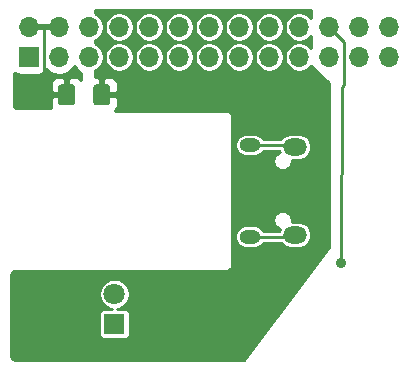
<source format=gbr>
G04 #@! TF.GenerationSoftware,KiCad,Pcbnew,(5.1.5)-3*
G04 #@! TF.CreationDate,2020-05-30T10:08:20-04:00*
G04 #@! TF.ProjectId,RPI-PWR,5250492d-5057-4522-9e6b-696361645f70,3*
G04 #@! TF.SameCoordinates,Original*
G04 #@! TF.FileFunction,Copper,L1,Top*
G04 #@! TF.FilePolarity,Positive*
%FSLAX46Y46*%
G04 Gerber Fmt 4.6, Leading zero omitted, Abs format (unit mm)*
G04 Created by KiCad (PCBNEW (5.1.5)-3) date 2020-05-30 10:08:20*
%MOMM*%
%LPD*%
G04 APERTURE LIST*
%ADD10O,2.000000X1.450000*%
%ADD11O,1.800000X1.150000*%
%ADD12R,1.800000X1.800000*%
%ADD13C,1.800000*%
%ADD14C,0.150000*%
%ADD15R,1.700000X1.700000*%
%ADD16O,1.700000X1.700000*%
%ADD17C,0.889000*%
%ADD18C,0.254000*%
G04 APERTURE END LIST*
D10*
X24456000Y-19473000D03*
X24456000Y-12023000D03*
D11*
X20656000Y-19623000D03*
X20656000Y-11873000D03*
D12*
X9169400Y-27025600D03*
D13*
X9169400Y-24485600D03*
G04 #@! TA.AperFunction,SMDPad,CuDef*
D14*
G36*
X5603504Y-6746204D02*
G01*
X5627773Y-6749804D01*
X5651571Y-6755765D01*
X5674671Y-6764030D01*
X5696849Y-6774520D01*
X5717893Y-6787133D01*
X5737598Y-6801747D01*
X5755777Y-6818223D01*
X5772253Y-6836402D01*
X5786867Y-6856107D01*
X5799480Y-6877151D01*
X5809970Y-6899329D01*
X5818235Y-6922429D01*
X5824196Y-6946227D01*
X5827796Y-6970496D01*
X5829000Y-6995000D01*
X5829000Y-8245000D01*
X5827796Y-8269504D01*
X5824196Y-8293773D01*
X5818235Y-8317571D01*
X5809970Y-8340671D01*
X5799480Y-8362849D01*
X5786867Y-8383893D01*
X5772253Y-8403598D01*
X5755777Y-8421777D01*
X5737598Y-8438253D01*
X5717893Y-8452867D01*
X5696849Y-8465480D01*
X5674671Y-8475970D01*
X5651571Y-8484235D01*
X5627773Y-8490196D01*
X5603504Y-8493796D01*
X5579000Y-8495000D01*
X4654000Y-8495000D01*
X4629496Y-8493796D01*
X4605227Y-8490196D01*
X4581429Y-8484235D01*
X4558329Y-8475970D01*
X4536151Y-8465480D01*
X4515107Y-8452867D01*
X4495402Y-8438253D01*
X4477223Y-8421777D01*
X4460747Y-8403598D01*
X4446133Y-8383893D01*
X4433520Y-8362849D01*
X4423030Y-8340671D01*
X4414765Y-8317571D01*
X4408804Y-8293773D01*
X4405204Y-8269504D01*
X4404000Y-8245000D01*
X4404000Y-6995000D01*
X4405204Y-6970496D01*
X4408804Y-6946227D01*
X4414765Y-6922429D01*
X4423030Y-6899329D01*
X4433520Y-6877151D01*
X4446133Y-6856107D01*
X4460747Y-6836402D01*
X4477223Y-6818223D01*
X4495402Y-6801747D01*
X4515107Y-6787133D01*
X4536151Y-6774520D01*
X4558329Y-6764030D01*
X4581429Y-6755765D01*
X4605227Y-6749804D01*
X4629496Y-6746204D01*
X4654000Y-6745000D01*
X5579000Y-6745000D01*
X5603504Y-6746204D01*
G37*
G04 #@! TD.AperFunction*
G04 #@! TA.AperFunction,SMDPad,CuDef*
G36*
X8578504Y-6746204D02*
G01*
X8602773Y-6749804D01*
X8626571Y-6755765D01*
X8649671Y-6764030D01*
X8671849Y-6774520D01*
X8692893Y-6787133D01*
X8712598Y-6801747D01*
X8730777Y-6818223D01*
X8747253Y-6836402D01*
X8761867Y-6856107D01*
X8774480Y-6877151D01*
X8784970Y-6899329D01*
X8793235Y-6922429D01*
X8799196Y-6946227D01*
X8802796Y-6970496D01*
X8804000Y-6995000D01*
X8804000Y-8245000D01*
X8802796Y-8269504D01*
X8799196Y-8293773D01*
X8793235Y-8317571D01*
X8784970Y-8340671D01*
X8774480Y-8362849D01*
X8761867Y-8383893D01*
X8747253Y-8403598D01*
X8730777Y-8421777D01*
X8712598Y-8438253D01*
X8692893Y-8452867D01*
X8671849Y-8465480D01*
X8649671Y-8475970D01*
X8626571Y-8484235D01*
X8602773Y-8490196D01*
X8578504Y-8493796D01*
X8554000Y-8495000D01*
X7629000Y-8495000D01*
X7604496Y-8493796D01*
X7580227Y-8490196D01*
X7556429Y-8484235D01*
X7533329Y-8475970D01*
X7511151Y-8465480D01*
X7490107Y-8452867D01*
X7470402Y-8438253D01*
X7452223Y-8421777D01*
X7435747Y-8403598D01*
X7421133Y-8383893D01*
X7408520Y-8362849D01*
X7398030Y-8340671D01*
X7389765Y-8317571D01*
X7383804Y-8293773D01*
X7380204Y-8269504D01*
X7379000Y-8245000D01*
X7379000Y-6995000D01*
X7380204Y-6970496D01*
X7383804Y-6946227D01*
X7389765Y-6922429D01*
X7398030Y-6899329D01*
X7408520Y-6877151D01*
X7421133Y-6856107D01*
X7435747Y-6836402D01*
X7452223Y-6818223D01*
X7470402Y-6801747D01*
X7490107Y-6787133D01*
X7511151Y-6774520D01*
X7533329Y-6764030D01*
X7556429Y-6755765D01*
X7580227Y-6749804D01*
X7604496Y-6746204D01*
X7629000Y-6745000D01*
X8554000Y-6745000D01*
X8578504Y-6746204D01*
G37*
G04 #@! TD.AperFunction*
D15*
X1955800Y-4419600D03*
D16*
X1955800Y-1879600D03*
X4495800Y-4419600D03*
X4495800Y-1879600D03*
X7035800Y-4419600D03*
X7035800Y-1879600D03*
X9575800Y-4419600D03*
X9575800Y-1879600D03*
X12115800Y-4419600D03*
X12115800Y-1879600D03*
X14655800Y-4419600D03*
X14655800Y-1879600D03*
X17195800Y-4419600D03*
X17195800Y-1879600D03*
X19735800Y-4419600D03*
X19735800Y-1879600D03*
X22275800Y-4419600D03*
X22275800Y-1879600D03*
X24815800Y-4419600D03*
X24815800Y-1879600D03*
X27355800Y-4419600D03*
X27355800Y-1879600D03*
X29895800Y-4419600D03*
X29895800Y-1879600D03*
X32435800Y-4419600D03*
X32435800Y-1879600D03*
D17*
X26162000Y-17272000D03*
X28346400Y-21869400D03*
D18*
X1905000Y-1905000D02*
X1929000Y-1905000D01*
X3200400Y-1879600D02*
X3200400Y-6248400D01*
X3200400Y-1879600D02*
X4495800Y-1879600D01*
X1955800Y-1879600D02*
X3200400Y-1879600D01*
X12065000Y-4445000D02*
X12139000Y-4445000D01*
X28422600Y-6934200D02*
X28346400Y-21869400D01*
X28575000Y-3175000D02*
X28575000Y-6781800D01*
X28575000Y-6781800D02*
X28422600Y-6934200D01*
X27305000Y-1905000D02*
X28575000Y-3175000D01*
X24306000Y-11873000D02*
X24456000Y-12023000D01*
X20656000Y-11873000D02*
X24306000Y-11873000D01*
X24306000Y-19623000D02*
X24456000Y-19473000D01*
X20656000Y-19623000D02*
X24306000Y-19623000D01*
G36*
X5882325Y-5366232D02*
G01*
X6089168Y-5573075D01*
X6332389Y-5735590D01*
X6350000Y-5742885D01*
X6350000Y-6378885D01*
X6280185Y-6293815D01*
X6183494Y-6214463D01*
X6073180Y-6155498D01*
X5953482Y-6119188D01*
X5829000Y-6106928D01*
X5402250Y-6110000D01*
X5243500Y-6268750D01*
X5243500Y-7493000D01*
X5263500Y-7493000D01*
X5263500Y-7747000D01*
X5243500Y-7747000D01*
X5243500Y-7767000D01*
X4989500Y-7767000D01*
X4989500Y-7747000D01*
X3927750Y-7747000D01*
X3769000Y-7905750D01*
X3765928Y-8495000D01*
X3778188Y-8619482D01*
X3806556Y-8713000D01*
X795503Y-8713000D01*
X747683Y-8708311D01*
X733907Y-8704152D01*
X721208Y-8697399D01*
X710056Y-8688304D01*
X700886Y-8677220D01*
X694046Y-8664570D01*
X689792Y-8650825D01*
X685000Y-8605235D01*
X685000Y-6745000D01*
X3765928Y-6745000D01*
X3769000Y-7334250D01*
X3927750Y-7493000D01*
X4989500Y-7493000D01*
X4989500Y-6268750D01*
X4830750Y-6110000D01*
X4404000Y-6106928D01*
X4279518Y-6119188D01*
X4159820Y-6155498D01*
X4049506Y-6214463D01*
X3952815Y-6293815D01*
X3873463Y-6390506D01*
X3814498Y-6500820D01*
X3778188Y-6620518D01*
X3765928Y-6745000D01*
X685000Y-6745000D01*
X685000Y-5745721D01*
X751306Y-5800137D01*
X861620Y-5859102D01*
X981318Y-5895412D01*
X1105800Y-5907672D01*
X2805800Y-5907672D01*
X2930282Y-5895412D01*
X3049980Y-5859102D01*
X3160294Y-5800137D01*
X3256985Y-5720785D01*
X3336337Y-5624094D01*
X3395302Y-5513780D01*
X3417313Y-5441220D01*
X3549168Y-5573075D01*
X3792389Y-5735590D01*
X4062642Y-5847532D01*
X4349540Y-5904600D01*
X4642060Y-5904600D01*
X4928958Y-5847532D01*
X5199211Y-5735590D01*
X5442432Y-5573075D01*
X5649275Y-5366232D01*
X5765800Y-5191840D01*
X5882325Y-5366232D01*
G37*
X5882325Y-5366232D02*
X6089168Y-5573075D01*
X6332389Y-5735590D01*
X6350000Y-5742885D01*
X6350000Y-6378885D01*
X6280185Y-6293815D01*
X6183494Y-6214463D01*
X6073180Y-6155498D01*
X5953482Y-6119188D01*
X5829000Y-6106928D01*
X5402250Y-6110000D01*
X5243500Y-6268750D01*
X5243500Y-7493000D01*
X5263500Y-7493000D01*
X5263500Y-7747000D01*
X5243500Y-7747000D01*
X5243500Y-7767000D01*
X4989500Y-7767000D01*
X4989500Y-7747000D01*
X3927750Y-7747000D01*
X3769000Y-7905750D01*
X3765928Y-8495000D01*
X3778188Y-8619482D01*
X3806556Y-8713000D01*
X795503Y-8713000D01*
X747683Y-8708311D01*
X733907Y-8704152D01*
X721208Y-8697399D01*
X710056Y-8688304D01*
X700886Y-8677220D01*
X694046Y-8664570D01*
X689792Y-8650825D01*
X685000Y-8605235D01*
X685000Y-6745000D01*
X3765928Y-6745000D01*
X3769000Y-7334250D01*
X3927750Y-7493000D01*
X4989500Y-7493000D01*
X4989500Y-6268750D01*
X4830750Y-6110000D01*
X4404000Y-6106928D01*
X4279518Y-6119188D01*
X4159820Y-6155498D01*
X4049506Y-6214463D01*
X3952815Y-6293815D01*
X3873463Y-6390506D01*
X3814498Y-6500820D01*
X3778188Y-6620518D01*
X3765928Y-6745000D01*
X685000Y-6745000D01*
X685000Y-5745721D01*
X751306Y-5800137D01*
X861620Y-5859102D01*
X981318Y-5895412D01*
X1105800Y-5907672D01*
X2805800Y-5907672D01*
X2930282Y-5895412D01*
X3049980Y-5859102D01*
X3160294Y-5800137D01*
X3256985Y-5720785D01*
X3336337Y-5624094D01*
X3395302Y-5513780D01*
X3417313Y-5441220D01*
X3549168Y-5573075D01*
X3792389Y-5735590D01*
X4062642Y-5847532D01*
X4349540Y-5904600D01*
X4642060Y-5904600D01*
X4928958Y-5847532D01*
X5199211Y-5735590D01*
X5442432Y-5573075D01*
X5649275Y-5366232D01*
X5765800Y-5191840D01*
X5882325Y-5366232D01*
G36*
X2082800Y-1752600D02*
G01*
X4368800Y-1752600D01*
X4368800Y-1732600D01*
X4622800Y-1732600D01*
X4622800Y-1752600D01*
X4642800Y-1752600D01*
X4642800Y-2006600D01*
X4622800Y-2006600D01*
X4622800Y-2026600D01*
X4368800Y-2026600D01*
X4368800Y-2006600D01*
X2082800Y-2006600D01*
X2082800Y-2026600D01*
X1828800Y-2026600D01*
X1828800Y-2006600D01*
X1808800Y-2006600D01*
X1808800Y-1752600D01*
X1828800Y-1752600D01*
X1828800Y-1732600D01*
X2082800Y-1732600D01*
X2082800Y-1752600D01*
G37*
X2082800Y-1752600D02*
X4368800Y-1752600D01*
X4368800Y-1732600D01*
X4622800Y-1732600D01*
X4622800Y-1752600D01*
X4642800Y-1752600D01*
X4642800Y-2006600D01*
X4622800Y-2006600D01*
X4622800Y-2026600D01*
X4368800Y-2026600D01*
X4368800Y-2006600D01*
X2082800Y-2006600D01*
X2082800Y-2026600D01*
X1828800Y-2026600D01*
X1828800Y-2006600D01*
X1808800Y-2006600D01*
X1808800Y-1752600D01*
X1828800Y-1752600D01*
X1828800Y-1732600D01*
X2082800Y-1732600D01*
X2082800Y-1752600D01*
G36*
X25781000Y-1108382D02*
G01*
X25771980Y-1094883D01*
X25600517Y-923420D01*
X25398897Y-788702D01*
X25174869Y-695907D01*
X24937043Y-648600D01*
X24694557Y-648600D01*
X24456731Y-695907D01*
X24232703Y-788702D01*
X24031083Y-923420D01*
X23859620Y-1094883D01*
X23724902Y-1296503D01*
X23632107Y-1520531D01*
X23584800Y-1758357D01*
X23584800Y-2000843D01*
X23632107Y-2238669D01*
X23724902Y-2462697D01*
X23859620Y-2664317D01*
X24031083Y-2835780D01*
X24232703Y-2970498D01*
X24456731Y-3063293D01*
X24694557Y-3110600D01*
X24937043Y-3110600D01*
X25174869Y-3063293D01*
X25398897Y-2970498D01*
X25600517Y-2835780D01*
X25771980Y-2664317D01*
X25781000Y-2650818D01*
X25781000Y-3648382D01*
X25771980Y-3634883D01*
X25600517Y-3463420D01*
X25398897Y-3328702D01*
X25174869Y-3235907D01*
X24937043Y-3188600D01*
X24694557Y-3188600D01*
X24456731Y-3235907D01*
X24232703Y-3328702D01*
X24031083Y-3463420D01*
X23859620Y-3634883D01*
X23724902Y-3836503D01*
X23632107Y-4060531D01*
X23584800Y-4298357D01*
X23584800Y-4540843D01*
X23632107Y-4778669D01*
X23724902Y-5002697D01*
X23859620Y-5204317D01*
X24031083Y-5375780D01*
X24232703Y-5510498D01*
X24456731Y-5603293D01*
X24694557Y-5650600D01*
X24937043Y-5650600D01*
X25174869Y-5603293D01*
X25398897Y-5510498D01*
X25600517Y-5375780D01*
X25771980Y-5204317D01*
X25805434Y-5154250D01*
X25818197Y-5169803D01*
X27305000Y-6656606D01*
X27305000Y-20531667D01*
X25806572Y-22529570D01*
X20107314Y-30049000D01*
X783079Y-30049000D01*
X698110Y-30040669D01*
X636655Y-30022115D01*
X579972Y-29991976D01*
X530225Y-29951403D01*
X489300Y-29901935D01*
X458770Y-29845469D01*
X439786Y-29784140D01*
X431000Y-29700551D01*
X431000Y-26125600D01*
X7886557Y-26125600D01*
X7886557Y-27925600D01*
X7893913Y-28000289D01*
X7915699Y-28072108D01*
X7951078Y-28138296D01*
X7998689Y-28196311D01*
X8056704Y-28243922D01*
X8122892Y-28279301D01*
X8194711Y-28301087D01*
X8269400Y-28308443D01*
X10069400Y-28308443D01*
X10144089Y-28301087D01*
X10215908Y-28279301D01*
X10282096Y-28243922D01*
X10340111Y-28196311D01*
X10387722Y-28138296D01*
X10423101Y-28072108D01*
X10444887Y-28000289D01*
X10452243Y-27925600D01*
X10452243Y-26125600D01*
X10444887Y-26050911D01*
X10423101Y-25979092D01*
X10387722Y-25912904D01*
X10340111Y-25854889D01*
X10282096Y-25807278D01*
X10215908Y-25771899D01*
X10144089Y-25750113D01*
X10069400Y-25742757D01*
X9415434Y-25742757D01*
X9543054Y-25717372D01*
X9776181Y-25620807D01*
X9985990Y-25480618D01*
X10164418Y-25302190D01*
X10304607Y-25092381D01*
X10401172Y-24859254D01*
X10450400Y-24611767D01*
X10450400Y-24359433D01*
X10401172Y-24111946D01*
X10304607Y-23878819D01*
X10164418Y-23669010D01*
X9985990Y-23490582D01*
X9776181Y-23350393D01*
X9543054Y-23253828D01*
X9295567Y-23204600D01*
X9043233Y-23204600D01*
X8795746Y-23253828D01*
X8562619Y-23350393D01*
X8352810Y-23490582D01*
X8174382Y-23669010D01*
X8034193Y-23878819D01*
X7937628Y-24111946D01*
X7888400Y-24359433D01*
X7888400Y-24611767D01*
X7937628Y-24859254D01*
X8034193Y-25092381D01*
X8174382Y-25302190D01*
X8352810Y-25480618D01*
X8562619Y-25620807D01*
X8795746Y-25717372D01*
X8923366Y-25742757D01*
X8269400Y-25742757D01*
X8194711Y-25750113D01*
X8122892Y-25771899D01*
X8056704Y-25807278D01*
X7998689Y-25854889D01*
X7951078Y-25912904D01*
X7915699Y-25979092D01*
X7893913Y-26050911D01*
X7886557Y-26125600D01*
X431000Y-26125600D01*
X431000Y-22881079D01*
X439331Y-22796107D01*
X457885Y-22734655D01*
X488025Y-22677970D01*
X528600Y-22628222D01*
X578061Y-22587303D01*
X634534Y-22556768D01*
X695856Y-22537786D01*
X779449Y-22529000D01*
X18647832Y-22529000D01*
X18669000Y-22531085D01*
X18690168Y-22529000D01*
X18690199Y-22528997D01*
X18753491Y-22522763D01*
X18834734Y-22498118D01*
X18909609Y-22458097D01*
X18975237Y-22404237D01*
X19029097Y-22338609D01*
X19069118Y-22263734D01*
X19093763Y-22182491D01*
X19100000Y-22119168D01*
X19102085Y-22098000D01*
X19100000Y-22076832D01*
X19100000Y-19623000D01*
X19370375Y-19623000D01*
X19388833Y-19810409D01*
X19443498Y-19990615D01*
X19532270Y-20156695D01*
X19651736Y-20302264D01*
X19797305Y-20421730D01*
X19963385Y-20510502D01*
X20143591Y-20565167D01*
X20284041Y-20579000D01*
X21027959Y-20579000D01*
X21168409Y-20565167D01*
X21348615Y-20510502D01*
X21514695Y-20421730D01*
X21660264Y-20302264D01*
X21779730Y-20156695D01*
X21793464Y-20131000D01*
X23290237Y-20131000D01*
X23395156Y-20258844D01*
X23563566Y-20397055D01*
X23755704Y-20499754D01*
X23964186Y-20562997D01*
X24126670Y-20579000D01*
X24785330Y-20579000D01*
X24947814Y-20562997D01*
X25156296Y-20499754D01*
X25348434Y-20397055D01*
X25516844Y-20258844D01*
X25655055Y-20090434D01*
X25757754Y-19898296D01*
X25820997Y-19689814D01*
X25842351Y-19473000D01*
X25820997Y-19256186D01*
X25757754Y-19047704D01*
X25655055Y-18855566D01*
X25516844Y-18687156D01*
X25348434Y-18548945D01*
X25156296Y-18446246D01*
X24947814Y-18383003D01*
X24785330Y-18367000D01*
X24178630Y-18367000D01*
X24187000Y-18324922D01*
X24187000Y-18171078D01*
X24156987Y-18020191D01*
X24098113Y-17878058D01*
X24012642Y-17750141D01*
X23903859Y-17641358D01*
X23775942Y-17555887D01*
X23633809Y-17497013D01*
X23482922Y-17467000D01*
X23329078Y-17467000D01*
X23178191Y-17497013D01*
X23036058Y-17555887D01*
X22908141Y-17641358D01*
X22799358Y-17750141D01*
X22713887Y-17878058D01*
X22655013Y-18020191D01*
X22625000Y-18171078D01*
X22625000Y-18324922D01*
X22655013Y-18475809D01*
X22713887Y-18617942D01*
X22799358Y-18745859D01*
X22908141Y-18854642D01*
X23036058Y-18940113D01*
X23178191Y-18998987D01*
X23180084Y-18999364D01*
X23154246Y-19047704D01*
X23133832Y-19115000D01*
X21793464Y-19115000D01*
X21779730Y-19089305D01*
X21660264Y-18943736D01*
X21514695Y-18824270D01*
X21348615Y-18735498D01*
X21168409Y-18680833D01*
X21027959Y-18667000D01*
X20284041Y-18667000D01*
X20143591Y-18680833D01*
X19963385Y-18735498D01*
X19797305Y-18824270D01*
X19651736Y-18943736D01*
X19532270Y-19089305D01*
X19443498Y-19255385D01*
X19388833Y-19435591D01*
X19370375Y-19623000D01*
X19100000Y-19623000D01*
X19100000Y-11873000D01*
X19370375Y-11873000D01*
X19388833Y-12060409D01*
X19443498Y-12240615D01*
X19532270Y-12406695D01*
X19651736Y-12552264D01*
X19797305Y-12671730D01*
X19963385Y-12760502D01*
X20143591Y-12815167D01*
X20284041Y-12829000D01*
X21027959Y-12829000D01*
X21168409Y-12815167D01*
X21348615Y-12760502D01*
X21514695Y-12671730D01*
X21660264Y-12552264D01*
X21779730Y-12406695D01*
X21793464Y-12381000D01*
X23133832Y-12381000D01*
X23154246Y-12448296D01*
X23180084Y-12496636D01*
X23178191Y-12497013D01*
X23036058Y-12555887D01*
X22908141Y-12641358D01*
X22799358Y-12750141D01*
X22713887Y-12878058D01*
X22655013Y-13020191D01*
X22625000Y-13171078D01*
X22625000Y-13324922D01*
X22655013Y-13475809D01*
X22713887Y-13617942D01*
X22799358Y-13745859D01*
X22908141Y-13854642D01*
X23036058Y-13940113D01*
X23178191Y-13998987D01*
X23329078Y-14029000D01*
X23482922Y-14029000D01*
X23633809Y-13998987D01*
X23775942Y-13940113D01*
X23903859Y-13854642D01*
X24012642Y-13745859D01*
X24098113Y-13617942D01*
X24156987Y-13475809D01*
X24187000Y-13324922D01*
X24187000Y-13171078D01*
X24178630Y-13129000D01*
X24785330Y-13129000D01*
X24947814Y-13112997D01*
X25156296Y-13049754D01*
X25348434Y-12947055D01*
X25516844Y-12808844D01*
X25655055Y-12640434D01*
X25757754Y-12448296D01*
X25820997Y-12239814D01*
X25842351Y-12023000D01*
X25820997Y-11806186D01*
X25757754Y-11597704D01*
X25655055Y-11405566D01*
X25516844Y-11237156D01*
X25348434Y-11098945D01*
X25156296Y-10996246D01*
X24947814Y-10933003D01*
X24785330Y-10917000D01*
X24126670Y-10917000D01*
X23964186Y-10933003D01*
X23755704Y-10996246D01*
X23563566Y-11098945D01*
X23395156Y-11237156D01*
X23290237Y-11365000D01*
X21793464Y-11365000D01*
X21779730Y-11339305D01*
X21660264Y-11193736D01*
X21514695Y-11074270D01*
X21348615Y-10985498D01*
X21168409Y-10930833D01*
X21027959Y-10917000D01*
X20284041Y-10917000D01*
X20143591Y-10930833D01*
X19963385Y-10985498D01*
X19797305Y-11074270D01*
X19651736Y-11193736D01*
X19532270Y-11339305D01*
X19443498Y-11505385D01*
X19388833Y-11685591D01*
X19370375Y-11873000D01*
X19100000Y-11873000D01*
X19100000Y-9419168D01*
X19102085Y-9398000D01*
X19093763Y-9313509D01*
X19069118Y-9232266D01*
X19029097Y-9157391D01*
X18975237Y-9091763D01*
X18909609Y-9037903D01*
X18834734Y-8997882D01*
X18753491Y-8973237D01*
X18690168Y-8967000D01*
X18669000Y-8964915D01*
X18647832Y-8967000D01*
X9229822Y-8967000D01*
X9255185Y-8946185D01*
X9334537Y-8849494D01*
X9393502Y-8739180D01*
X9429812Y-8619482D01*
X9442072Y-8495000D01*
X9439000Y-7905750D01*
X9280250Y-7747000D01*
X8218500Y-7747000D01*
X8218500Y-7767000D01*
X7964500Y-7767000D01*
X7964500Y-7747000D01*
X7944500Y-7747000D01*
X7944500Y-7493000D01*
X7964500Y-7493000D01*
X7964500Y-6268750D01*
X8218500Y-6268750D01*
X8218500Y-7493000D01*
X9280250Y-7493000D01*
X9439000Y-7334250D01*
X9442072Y-6745000D01*
X9429812Y-6620518D01*
X9393502Y-6500820D01*
X9334537Y-6390506D01*
X9255185Y-6293815D01*
X9158494Y-6214463D01*
X9048180Y-6155498D01*
X8928482Y-6119188D01*
X8804000Y-6106928D01*
X8377250Y-6110000D01*
X8218500Y-6268750D01*
X7964500Y-6268750D01*
X7805750Y-6110000D01*
X7493000Y-6107749D01*
X7493000Y-5562646D01*
X7618897Y-5510498D01*
X7820517Y-5375780D01*
X7991980Y-5204317D01*
X8126698Y-5002697D01*
X8219493Y-4778669D01*
X8266800Y-4540843D01*
X8266800Y-4298357D01*
X8344800Y-4298357D01*
X8344800Y-4540843D01*
X8392107Y-4778669D01*
X8484902Y-5002697D01*
X8619620Y-5204317D01*
X8791083Y-5375780D01*
X8992703Y-5510498D01*
X9216731Y-5603293D01*
X9454557Y-5650600D01*
X9697043Y-5650600D01*
X9934869Y-5603293D01*
X10158897Y-5510498D01*
X10360517Y-5375780D01*
X10531980Y-5204317D01*
X10666698Y-5002697D01*
X10759493Y-4778669D01*
X10806800Y-4540843D01*
X10806800Y-4298357D01*
X10884800Y-4298357D01*
X10884800Y-4540843D01*
X10932107Y-4778669D01*
X11024902Y-5002697D01*
X11159620Y-5204317D01*
X11331083Y-5375780D01*
X11532703Y-5510498D01*
X11756731Y-5603293D01*
X11994557Y-5650600D01*
X12237043Y-5650600D01*
X12474869Y-5603293D01*
X12698897Y-5510498D01*
X12900517Y-5375780D01*
X13071980Y-5204317D01*
X13206698Y-5002697D01*
X13299493Y-4778669D01*
X13346800Y-4540843D01*
X13346800Y-4298357D01*
X13424800Y-4298357D01*
X13424800Y-4540843D01*
X13472107Y-4778669D01*
X13564902Y-5002697D01*
X13699620Y-5204317D01*
X13871083Y-5375780D01*
X14072703Y-5510498D01*
X14296731Y-5603293D01*
X14534557Y-5650600D01*
X14777043Y-5650600D01*
X15014869Y-5603293D01*
X15238897Y-5510498D01*
X15440517Y-5375780D01*
X15611980Y-5204317D01*
X15746698Y-5002697D01*
X15839493Y-4778669D01*
X15886800Y-4540843D01*
X15886800Y-4298357D01*
X15964800Y-4298357D01*
X15964800Y-4540843D01*
X16012107Y-4778669D01*
X16104902Y-5002697D01*
X16239620Y-5204317D01*
X16411083Y-5375780D01*
X16612703Y-5510498D01*
X16836731Y-5603293D01*
X17074557Y-5650600D01*
X17317043Y-5650600D01*
X17554869Y-5603293D01*
X17778897Y-5510498D01*
X17980517Y-5375780D01*
X18151980Y-5204317D01*
X18286698Y-5002697D01*
X18379493Y-4778669D01*
X18426800Y-4540843D01*
X18426800Y-4298357D01*
X18504800Y-4298357D01*
X18504800Y-4540843D01*
X18552107Y-4778669D01*
X18644902Y-5002697D01*
X18779620Y-5204317D01*
X18951083Y-5375780D01*
X19152703Y-5510498D01*
X19376731Y-5603293D01*
X19614557Y-5650600D01*
X19857043Y-5650600D01*
X20094869Y-5603293D01*
X20318897Y-5510498D01*
X20520517Y-5375780D01*
X20691980Y-5204317D01*
X20826698Y-5002697D01*
X20919493Y-4778669D01*
X20966800Y-4540843D01*
X20966800Y-4298357D01*
X21044800Y-4298357D01*
X21044800Y-4540843D01*
X21092107Y-4778669D01*
X21184902Y-5002697D01*
X21319620Y-5204317D01*
X21491083Y-5375780D01*
X21692703Y-5510498D01*
X21916731Y-5603293D01*
X22154557Y-5650600D01*
X22397043Y-5650600D01*
X22634869Y-5603293D01*
X22858897Y-5510498D01*
X23060517Y-5375780D01*
X23231980Y-5204317D01*
X23366698Y-5002697D01*
X23459493Y-4778669D01*
X23506800Y-4540843D01*
X23506800Y-4298357D01*
X23459493Y-4060531D01*
X23366698Y-3836503D01*
X23231980Y-3634883D01*
X23060517Y-3463420D01*
X22858897Y-3328702D01*
X22634869Y-3235907D01*
X22397043Y-3188600D01*
X22154557Y-3188600D01*
X21916731Y-3235907D01*
X21692703Y-3328702D01*
X21491083Y-3463420D01*
X21319620Y-3634883D01*
X21184902Y-3836503D01*
X21092107Y-4060531D01*
X21044800Y-4298357D01*
X20966800Y-4298357D01*
X20919493Y-4060531D01*
X20826698Y-3836503D01*
X20691980Y-3634883D01*
X20520517Y-3463420D01*
X20318897Y-3328702D01*
X20094869Y-3235907D01*
X19857043Y-3188600D01*
X19614557Y-3188600D01*
X19376731Y-3235907D01*
X19152703Y-3328702D01*
X18951083Y-3463420D01*
X18779620Y-3634883D01*
X18644902Y-3836503D01*
X18552107Y-4060531D01*
X18504800Y-4298357D01*
X18426800Y-4298357D01*
X18379493Y-4060531D01*
X18286698Y-3836503D01*
X18151980Y-3634883D01*
X17980517Y-3463420D01*
X17778897Y-3328702D01*
X17554869Y-3235907D01*
X17317043Y-3188600D01*
X17074557Y-3188600D01*
X16836731Y-3235907D01*
X16612703Y-3328702D01*
X16411083Y-3463420D01*
X16239620Y-3634883D01*
X16104902Y-3836503D01*
X16012107Y-4060531D01*
X15964800Y-4298357D01*
X15886800Y-4298357D01*
X15839493Y-4060531D01*
X15746698Y-3836503D01*
X15611980Y-3634883D01*
X15440517Y-3463420D01*
X15238897Y-3328702D01*
X15014869Y-3235907D01*
X14777043Y-3188600D01*
X14534557Y-3188600D01*
X14296731Y-3235907D01*
X14072703Y-3328702D01*
X13871083Y-3463420D01*
X13699620Y-3634883D01*
X13564902Y-3836503D01*
X13472107Y-4060531D01*
X13424800Y-4298357D01*
X13346800Y-4298357D01*
X13299493Y-4060531D01*
X13206698Y-3836503D01*
X13071980Y-3634883D01*
X12900517Y-3463420D01*
X12698897Y-3328702D01*
X12474869Y-3235907D01*
X12237043Y-3188600D01*
X11994557Y-3188600D01*
X11756731Y-3235907D01*
X11532703Y-3328702D01*
X11331083Y-3463420D01*
X11159620Y-3634883D01*
X11024902Y-3836503D01*
X10932107Y-4060531D01*
X10884800Y-4298357D01*
X10806800Y-4298357D01*
X10759493Y-4060531D01*
X10666698Y-3836503D01*
X10531980Y-3634883D01*
X10360517Y-3463420D01*
X10158897Y-3328702D01*
X9934869Y-3235907D01*
X9697043Y-3188600D01*
X9454557Y-3188600D01*
X9216731Y-3235907D01*
X8992703Y-3328702D01*
X8791083Y-3463420D01*
X8619620Y-3634883D01*
X8484902Y-3836503D01*
X8392107Y-4060531D01*
X8344800Y-4298357D01*
X8266800Y-4298357D01*
X8219493Y-4060531D01*
X8126698Y-3836503D01*
X7991980Y-3634883D01*
X7820517Y-3463420D01*
X7618897Y-3328702D01*
X7493000Y-3276554D01*
X7493000Y-3022646D01*
X7618897Y-2970498D01*
X7820517Y-2835780D01*
X7991980Y-2664317D01*
X8126698Y-2462697D01*
X8219493Y-2238669D01*
X8266800Y-2000843D01*
X8266800Y-1758357D01*
X8344800Y-1758357D01*
X8344800Y-2000843D01*
X8392107Y-2238669D01*
X8484902Y-2462697D01*
X8619620Y-2664317D01*
X8791083Y-2835780D01*
X8992703Y-2970498D01*
X9216731Y-3063293D01*
X9454557Y-3110600D01*
X9697043Y-3110600D01*
X9934869Y-3063293D01*
X10158897Y-2970498D01*
X10360517Y-2835780D01*
X10531980Y-2664317D01*
X10666698Y-2462697D01*
X10759493Y-2238669D01*
X10806800Y-2000843D01*
X10806800Y-1758357D01*
X10884800Y-1758357D01*
X10884800Y-2000843D01*
X10932107Y-2238669D01*
X11024902Y-2462697D01*
X11159620Y-2664317D01*
X11331083Y-2835780D01*
X11532703Y-2970498D01*
X11756731Y-3063293D01*
X11994557Y-3110600D01*
X12237043Y-3110600D01*
X12474869Y-3063293D01*
X12698897Y-2970498D01*
X12900517Y-2835780D01*
X13071980Y-2664317D01*
X13206698Y-2462697D01*
X13299493Y-2238669D01*
X13346800Y-2000843D01*
X13346800Y-1758357D01*
X13424800Y-1758357D01*
X13424800Y-2000843D01*
X13472107Y-2238669D01*
X13564902Y-2462697D01*
X13699620Y-2664317D01*
X13871083Y-2835780D01*
X14072703Y-2970498D01*
X14296731Y-3063293D01*
X14534557Y-3110600D01*
X14777043Y-3110600D01*
X15014869Y-3063293D01*
X15238897Y-2970498D01*
X15440517Y-2835780D01*
X15611980Y-2664317D01*
X15746698Y-2462697D01*
X15839493Y-2238669D01*
X15886800Y-2000843D01*
X15886800Y-1758357D01*
X15964800Y-1758357D01*
X15964800Y-2000843D01*
X16012107Y-2238669D01*
X16104902Y-2462697D01*
X16239620Y-2664317D01*
X16411083Y-2835780D01*
X16612703Y-2970498D01*
X16836731Y-3063293D01*
X17074557Y-3110600D01*
X17317043Y-3110600D01*
X17554869Y-3063293D01*
X17778897Y-2970498D01*
X17980517Y-2835780D01*
X18151980Y-2664317D01*
X18286698Y-2462697D01*
X18379493Y-2238669D01*
X18426800Y-2000843D01*
X18426800Y-1758357D01*
X18504800Y-1758357D01*
X18504800Y-2000843D01*
X18552107Y-2238669D01*
X18644902Y-2462697D01*
X18779620Y-2664317D01*
X18951083Y-2835780D01*
X19152703Y-2970498D01*
X19376731Y-3063293D01*
X19614557Y-3110600D01*
X19857043Y-3110600D01*
X20094869Y-3063293D01*
X20318897Y-2970498D01*
X20520517Y-2835780D01*
X20691980Y-2664317D01*
X20826698Y-2462697D01*
X20919493Y-2238669D01*
X20966800Y-2000843D01*
X20966800Y-1758357D01*
X21044800Y-1758357D01*
X21044800Y-2000843D01*
X21092107Y-2238669D01*
X21184902Y-2462697D01*
X21319620Y-2664317D01*
X21491083Y-2835780D01*
X21692703Y-2970498D01*
X21916731Y-3063293D01*
X22154557Y-3110600D01*
X22397043Y-3110600D01*
X22634869Y-3063293D01*
X22858897Y-2970498D01*
X23060517Y-2835780D01*
X23231980Y-2664317D01*
X23366698Y-2462697D01*
X23459493Y-2238669D01*
X23506800Y-2000843D01*
X23506800Y-1758357D01*
X23459493Y-1520531D01*
X23366698Y-1296503D01*
X23231980Y-1094883D01*
X23060517Y-923420D01*
X22858897Y-788702D01*
X22634869Y-695907D01*
X22397043Y-648600D01*
X22154557Y-648600D01*
X21916731Y-695907D01*
X21692703Y-788702D01*
X21491083Y-923420D01*
X21319620Y-1094883D01*
X21184902Y-1296503D01*
X21092107Y-1520531D01*
X21044800Y-1758357D01*
X20966800Y-1758357D01*
X20919493Y-1520531D01*
X20826698Y-1296503D01*
X20691980Y-1094883D01*
X20520517Y-923420D01*
X20318897Y-788702D01*
X20094869Y-695907D01*
X19857043Y-648600D01*
X19614557Y-648600D01*
X19376731Y-695907D01*
X19152703Y-788702D01*
X18951083Y-923420D01*
X18779620Y-1094883D01*
X18644902Y-1296503D01*
X18552107Y-1520531D01*
X18504800Y-1758357D01*
X18426800Y-1758357D01*
X18379493Y-1520531D01*
X18286698Y-1296503D01*
X18151980Y-1094883D01*
X17980517Y-923420D01*
X17778897Y-788702D01*
X17554869Y-695907D01*
X17317043Y-648600D01*
X17074557Y-648600D01*
X16836731Y-695907D01*
X16612703Y-788702D01*
X16411083Y-923420D01*
X16239620Y-1094883D01*
X16104902Y-1296503D01*
X16012107Y-1520531D01*
X15964800Y-1758357D01*
X15886800Y-1758357D01*
X15839493Y-1520531D01*
X15746698Y-1296503D01*
X15611980Y-1094883D01*
X15440517Y-923420D01*
X15238897Y-788702D01*
X15014869Y-695907D01*
X14777043Y-648600D01*
X14534557Y-648600D01*
X14296731Y-695907D01*
X14072703Y-788702D01*
X13871083Y-923420D01*
X13699620Y-1094883D01*
X13564902Y-1296503D01*
X13472107Y-1520531D01*
X13424800Y-1758357D01*
X13346800Y-1758357D01*
X13299493Y-1520531D01*
X13206698Y-1296503D01*
X13071980Y-1094883D01*
X12900517Y-923420D01*
X12698897Y-788702D01*
X12474869Y-695907D01*
X12237043Y-648600D01*
X11994557Y-648600D01*
X11756731Y-695907D01*
X11532703Y-788702D01*
X11331083Y-923420D01*
X11159620Y-1094883D01*
X11024902Y-1296503D01*
X10932107Y-1520531D01*
X10884800Y-1758357D01*
X10806800Y-1758357D01*
X10759493Y-1520531D01*
X10666698Y-1296503D01*
X10531980Y-1094883D01*
X10360517Y-923420D01*
X10158897Y-788702D01*
X9934869Y-695907D01*
X9697043Y-648600D01*
X9454557Y-648600D01*
X9216731Y-695907D01*
X8992703Y-788702D01*
X8791083Y-923420D01*
X8619620Y-1094883D01*
X8484902Y-1296503D01*
X8392107Y-1520531D01*
X8344800Y-1758357D01*
X8266800Y-1758357D01*
X8219493Y-1520531D01*
X8126698Y-1296503D01*
X7991980Y-1094883D01*
X7820517Y-923420D01*
X7618897Y-788702D01*
X7493000Y-736554D01*
X7493000Y-431000D01*
X25781000Y-431000D01*
X25781000Y-1108382D01*
G37*
X25781000Y-1108382D02*
X25771980Y-1094883D01*
X25600517Y-923420D01*
X25398897Y-788702D01*
X25174869Y-695907D01*
X24937043Y-648600D01*
X24694557Y-648600D01*
X24456731Y-695907D01*
X24232703Y-788702D01*
X24031083Y-923420D01*
X23859620Y-1094883D01*
X23724902Y-1296503D01*
X23632107Y-1520531D01*
X23584800Y-1758357D01*
X23584800Y-2000843D01*
X23632107Y-2238669D01*
X23724902Y-2462697D01*
X23859620Y-2664317D01*
X24031083Y-2835780D01*
X24232703Y-2970498D01*
X24456731Y-3063293D01*
X24694557Y-3110600D01*
X24937043Y-3110600D01*
X25174869Y-3063293D01*
X25398897Y-2970498D01*
X25600517Y-2835780D01*
X25771980Y-2664317D01*
X25781000Y-2650818D01*
X25781000Y-3648382D01*
X25771980Y-3634883D01*
X25600517Y-3463420D01*
X25398897Y-3328702D01*
X25174869Y-3235907D01*
X24937043Y-3188600D01*
X24694557Y-3188600D01*
X24456731Y-3235907D01*
X24232703Y-3328702D01*
X24031083Y-3463420D01*
X23859620Y-3634883D01*
X23724902Y-3836503D01*
X23632107Y-4060531D01*
X23584800Y-4298357D01*
X23584800Y-4540843D01*
X23632107Y-4778669D01*
X23724902Y-5002697D01*
X23859620Y-5204317D01*
X24031083Y-5375780D01*
X24232703Y-5510498D01*
X24456731Y-5603293D01*
X24694557Y-5650600D01*
X24937043Y-5650600D01*
X25174869Y-5603293D01*
X25398897Y-5510498D01*
X25600517Y-5375780D01*
X25771980Y-5204317D01*
X25805434Y-5154250D01*
X25818197Y-5169803D01*
X27305000Y-6656606D01*
X27305000Y-20531667D01*
X25806572Y-22529570D01*
X20107314Y-30049000D01*
X783079Y-30049000D01*
X698110Y-30040669D01*
X636655Y-30022115D01*
X579972Y-29991976D01*
X530225Y-29951403D01*
X489300Y-29901935D01*
X458770Y-29845469D01*
X439786Y-29784140D01*
X431000Y-29700551D01*
X431000Y-26125600D01*
X7886557Y-26125600D01*
X7886557Y-27925600D01*
X7893913Y-28000289D01*
X7915699Y-28072108D01*
X7951078Y-28138296D01*
X7998689Y-28196311D01*
X8056704Y-28243922D01*
X8122892Y-28279301D01*
X8194711Y-28301087D01*
X8269400Y-28308443D01*
X10069400Y-28308443D01*
X10144089Y-28301087D01*
X10215908Y-28279301D01*
X10282096Y-28243922D01*
X10340111Y-28196311D01*
X10387722Y-28138296D01*
X10423101Y-28072108D01*
X10444887Y-28000289D01*
X10452243Y-27925600D01*
X10452243Y-26125600D01*
X10444887Y-26050911D01*
X10423101Y-25979092D01*
X10387722Y-25912904D01*
X10340111Y-25854889D01*
X10282096Y-25807278D01*
X10215908Y-25771899D01*
X10144089Y-25750113D01*
X10069400Y-25742757D01*
X9415434Y-25742757D01*
X9543054Y-25717372D01*
X9776181Y-25620807D01*
X9985990Y-25480618D01*
X10164418Y-25302190D01*
X10304607Y-25092381D01*
X10401172Y-24859254D01*
X10450400Y-24611767D01*
X10450400Y-24359433D01*
X10401172Y-24111946D01*
X10304607Y-23878819D01*
X10164418Y-23669010D01*
X9985990Y-23490582D01*
X9776181Y-23350393D01*
X9543054Y-23253828D01*
X9295567Y-23204600D01*
X9043233Y-23204600D01*
X8795746Y-23253828D01*
X8562619Y-23350393D01*
X8352810Y-23490582D01*
X8174382Y-23669010D01*
X8034193Y-23878819D01*
X7937628Y-24111946D01*
X7888400Y-24359433D01*
X7888400Y-24611767D01*
X7937628Y-24859254D01*
X8034193Y-25092381D01*
X8174382Y-25302190D01*
X8352810Y-25480618D01*
X8562619Y-25620807D01*
X8795746Y-25717372D01*
X8923366Y-25742757D01*
X8269400Y-25742757D01*
X8194711Y-25750113D01*
X8122892Y-25771899D01*
X8056704Y-25807278D01*
X7998689Y-25854889D01*
X7951078Y-25912904D01*
X7915699Y-25979092D01*
X7893913Y-26050911D01*
X7886557Y-26125600D01*
X431000Y-26125600D01*
X431000Y-22881079D01*
X439331Y-22796107D01*
X457885Y-22734655D01*
X488025Y-22677970D01*
X528600Y-22628222D01*
X578061Y-22587303D01*
X634534Y-22556768D01*
X695856Y-22537786D01*
X779449Y-22529000D01*
X18647832Y-22529000D01*
X18669000Y-22531085D01*
X18690168Y-22529000D01*
X18690199Y-22528997D01*
X18753491Y-22522763D01*
X18834734Y-22498118D01*
X18909609Y-22458097D01*
X18975237Y-22404237D01*
X19029097Y-22338609D01*
X19069118Y-22263734D01*
X19093763Y-22182491D01*
X19100000Y-22119168D01*
X19102085Y-22098000D01*
X19100000Y-22076832D01*
X19100000Y-19623000D01*
X19370375Y-19623000D01*
X19388833Y-19810409D01*
X19443498Y-19990615D01*
X19532270Y-20156695D01*
X19651736Y-20302264D01*
X19797305Y-20421730D01*
X19963385Y-20510502D01*
X20143591Y-20565167D01*
X20284041Y-20579000D01*
X21027959Y-20579000D01*
X21168409Y-20565167D01*
X21348615Y-20510502D01*
X21514695Y-20421730D01*
X21660264Y-20302264D01*
X21779730Y-20156695D01*
X21793464Y-20131000D01*
X23290237Y-20131000D01*
X23395156Y-20258844D01*
X23563566Y-20397055D01*
X23755704Y-20499754D01*
X23964186Y-20562997D01*
X24126670Y-20579000D01*
X24785330Y-20579000D01*
X24947814Y-20562997D01*
X25156296Y-20499754D01*
X25348434Y-20397055D01*
X25516844Y-20258844D01*
X25655055Y-20090434D01*
X25757754Y-19898296D01*
X25820997Y-19689814D01*
X25842351Y-19473000D01*
X25820997Y-19256186D01*
X25757754Y-19047704D01*
X25655055Y-18855566D01*
X25516844Y-18687156D01*
X25348434Y-18548945D01*
X25156296Y-18446246D01*
X24947814Y-18383003D01*
X24785330Y-18367000D01*
X24178630Y-18367000D01*
X24187000Y-18324922D01*
X24187000Y-18171078D01*
X24156987Y-18020191D01*
X24098113Y-17878058D01*
X24012642Y-17750141D01*
X23903859Y-17641358D01*
X23775942Y-17555887D01*
X23633809Y-17497013D01*
X23482922Y-17467000D01*
X23329078Y-17467000D01*
X23178191Y-17497013D01*
X23036058Y-17555887D01*
X22908141Y-17641358D01*
X22799358Y-17750141D01*
X22713887Y-17878058D01*
X22655013Y-18020191D01*
X22625000Y-18171078D01*
X22625000Y-18324922D01*
X22655013Y-18475809D01*
X22713887Y-18617942D01*
X22799358Y-18745859D01*
X22908141Y-18854642D01*
X23036058Y-18940113D01*
X23178191Y-18998987D01*
X23180084Y-18999364D01*
X23154246Y-19047704D01*
X23133832Y-19115000D01*
X21793464Y-19115000D01*
X21779730Y-19089305D01*
X21660264Y-18943736D01*
X21514695Y-18824270D01*
X21348615Y-18735498D01*
X21168409Y-18680833D01*
X21027959Y-18667000D01*
X20284041Y-18667000D01*
X20143591Y-18680833D01*
X19963385Y-18735498D01*
X19797305Y-18824270D01*
X19651736Y-18943736D01*
X19532270Y-19089305D01*
X19443498Y-19255385D01*
X19388833Y-19435591D01*
X19370375Y-19623000D01*
X19100000Y-19623000D01*
X19100000Y-11873000D01*
X19370375Y-11873000D01*
X19388833Y-12060409D01*
X19443498Y-12240615D01*
X19532270Y-12406695D01*
X19651736Y-12552264D01*
X19797305Y-12671730D01*
X19963385Y-12760502D01*
X20143591Y-12815167D01*
X20284041Y-12829000D01*
X21027959Y-12829000D01*
X21168409Y-12815167D01*
X21348615Y-12760502D01*
X21514695Y-12671730D01*
X21660264Y-12552264D01*
X21779730Y-12406695D01*
X21793464Y-12381000D01*
X23133832Y-12381000D01*
X23154246Y-12448296D01*
X23180084Y-12496636D01*
X23178191Y-12497013D01*
X23036058Y-12555887D01*
X22908141Y-12641358D01*
X22799358Y-12750141D01*
X22713887Y-12878058D01*
X22655013Y-13020191D01*
X22625000Y-13171078D01*
X22625000Y-13324922D01*
X22655013Y-13475809D01*
X22713887Y-13617942D01*
X22799358Y-13745859D01*
X22908141Y-13854642D01*
X23036058Y-13940113D01*
X23178191Y-13998987D01*
X23329078Y-14029000D01*
X23482922Y-14029000D01*
X23633809Y-13998987D01*
X23775942Y-13940113D01*
X23903859Y-13854642D01*
X24012642Y-13745859D01*
X24098113Y-13617942D01*
X24156987Y-13475809D01*
X24187000Y-13324922D01*
X24187000Y-13171078D01*
X24178630Y-13129000D01*
X24785330Y-13129000D01*
X24947814Y-13112997D01*
X25156296Y-13049754D01*
X25348434Y-12947055D01*
X25516844Y-12808844D01*
X25655055Y-12640434D01*
X25757754Y-12448296D01*
X25820997Y-12239814D01*
X25842351Y-12023000D01*
X25820997Y-11806186D01*
X25757754Y-11597704D01*
X25655055Y-11405566D01*
X25516844Y-11237156D01*
X25348434Y-11098945D01*
X25156296Y-10996246D01*
X24947814Y-10933003D01*
X24785330Y-10917000D01*
X24126670Y-10917000D01*
X23964186Y-10933003D01*
X23755704Y-10996246D01*
X23563566Y-11098945D01*
X23395156Y-11237156D01*
X23290237Y-11365000D01*
X21793464Y-11365000D01*
X21779730Y-11339305D01*
X21660264Y-11193736D01*
X21514695Y-11074270D01*
X21348615Y-10985498D01*
X21168409Y-10930833D01*
X21027959Y-10917000D01*
X20284041Y-10917000D01*
X20143591Y-10930833D01*
X19963385Y-10985498D01*
X19797305Y-11074270D01*
X19651736Y-11193736D01*
X19532270Y-11339305D01*
X19443498Y-11505385D01*
X19388833Y-11685591D01*
X19370375Y-11873000D01*
X19100000Y-11873000D01*
X19100000Y-9419168D01*
X19102085Y-9398000D01*
X19093763Y-9313509D01*
X19069118Y-9232266D01*
X19029097Y-9157391D01*
X18975237Y-9091763D01*
X18909609Y-9037903D01*
X18834734Y-8997882D01*
X18753491Y-8973237D01*
X18690168Y-8967000D01*
X18669000Y-8964915D01*
X18647832Y-8967000D01*
X9229822Y-8967000D01*
X9255185Y-8946185D01*
X9334537Y-8849494D01*
X9393502Y-8739180D01*
X9429812Y-8619482D01*
X9442072Y-8495000D01*
X9439000Y-7905750D01*
X9280250Y-7747000D01*
X8218500Y-7747000D01*
X8218500Y-7767000D01*
X7964500Y-7767000D01*
X7964500Y-7747000D01*
X7944500Y-7747000D01*
X7944500Y-7493000D01*
X7964500Y-7493000D01*
X7964500Y-6268750D01*
X8218500Y-6268750D01*
X8218500Y-7493000D01*
X9280250Y-7493000D01*
X9439000Y-7334250D01*
X9442072Y-6745000D01*
X9429812Y-6620518D01*
X9393502Y-6500820D01*
X9334537Y-6390506D01*
X9255185Y-6293815D01*
X9158494Y-6214463D01*
X9048180Y-6155498D01*
X8928482Y-6119188D01*
X8804000Y-6106928D01*
X8377250Y-6110000D01*
X8218500Y-6268750D01*
X7964500Y-6268750D01*
X7805750Y-6110000D01*
X7493000Y-6107749D01*
X7493000Y-5562646D01*
X7618897Y-5510498D01*
X7820517Y-5375780D01*
X7991980Y-5204317D01*
X8126698Y-5002697D01*
X8219493Y-4778669D01*
X8266800Y-4540843D01*
X8266800Y-4298357D01*
X8344800Y-4298357D01*
X8344800Y-4540843D01*
X8392107Y-4778669D01*
X8484902Y-5002697D01*
X8619620Y-5204317D01*
X8791083Y-5375780D01*
X8992703Y-5510498D01*
X9216731Y-5603293D01*
X9454557Y-5650600D01*
X9697043Y-5650600D01*
X9934869Y-5603293D01*
X10158897Y-5510498D01*
X10360517Y-5375780D01*
X10531980Y-5204317D01*
X10666698Y-5002697D01*
X10759493Y-4778669D01*
X10806800Y-4540843D01*
X10806800Y-4298357D01*
X10884800Y-4298357D01*
X10884800Y-4540843D01*
X10932107Y-4778669D01*
X11024902Y-5002697D01*
X11159620Y-5204317D01*
X11331083Y-5375780D01*
X11532703Y-5510498D01*
X11756731Y-5603293D01*
X11994557Y-5650600D01*
X12237043Y-5650600D01*
X12474869Y-5603293D01*
X12698897Y-5510498D01*
X12900517Y-5375780D01*
X13071980Y-5204317D01*
X13206698Y-5002697D01*
X13299493Y-4778669D01*
X13346800Y-4540843D01*
X13346800Y-4298357D01*
X13424800Y-4298357D01*
X13424800Y-4540843D01*
X13472107Y-4778669D01*
X13564902Y-5002697D01*
X13699620Y-5204317D01*
X13871083Y-5375780D01*
X14072703Y-5510498D01*
X14296731Y-5603293D01*
X14534557Y-5650600D01*
X14777043Y-5650600D01*
X15014869Y-5603293D01*
X15238897Y-5510498D01*
X15440517Y-5375780D01*
X15611980Y-5204317D01*
X15746698Y-5002697D01*
X15839493Y-4778669D01*
X15886800Y-4540843D01*
X15886800Y-4298357D01*
X15964800Y-4298357D01*
X15964800Y-4540843D01*
X16012107Y-4778669D01*
X16104902Y-5002697D01*
X16239620Y-5204317D01*
X16411083Y-5375780D01*
X16612703Y-5510498D01*
X16836731Y-5603293D01*
X17074557Y-5650600D01*
X17317043Y-5650600D01*
X17554869Y-5603293D01*
X17778897Y-5510498D01*
X17980517Y-5375780D01*
X18151980Y-5204317D01*
X18286698Y-5002697D01*
X18379493Y-4778669D01*
X18426800Y-4540843D01*
X18426800Y-4298357D01*
X18504800Y-4298357D01*
X18504800Y-4540843D01*
X18552107Y-4778669D01*
X18644902Y-5002697D01*
X18779620Y-5204317D01*
X18951083Y-5375780D01*
X19152703Y-5510498D01*
X19376731Y-5603293D01*
X19614557Y-5650600D01*
X19857043Y-5650600D01*
X20094869Y-5603293D01*
X20318897Y-5510498D01*
X20520517Y-5375780D01*
X20691980Y-5204317D01*
X20826698Y-5002697D01*
X20919493Y-4778669D01*
X20966800Y-4540843D01*
X20966800Y-4298357D01*
X21044800Y-4298357D01*
X21044800Y-4540843D01*
X21092107Y-4778669D01*
X21184902Y-5002697D01*
X21319620Y-5204317D01*
X21491083Y-5375780D01*
X21692703Y-5510498D01*
X21916731Y-5603293D01*
X22154557Y-5650600D01*
X22397043Y-5650600D01*
X22634869Y-5603293D01*
X22858897Y-5510498D01*
X23060517Y-5375780D01*
X23231980Y-5204317D01*
X23366698Y-5002697D01*
X23459493Y-4778669D01*
X23506800Y-4540843D01*
X23506800Y-4298357D01*
X23459493Y-4060531D01*
X23366698Y-3836503D01*
X23231980Y-3634883D01*
X23060517Y-3463420D01*
X22858897Y-3328702D01*
X22634869Y-3235907D01*
X22397043Y-3188600D01*
X22154557Y-3188600D01*
X21916731Y-3235907D01*
X21692703Y-3328702D01*
X21491083Y-3463420D01*
X21319620Y-3634883D01*
X21184902Y-3836503D01*
X21092107Y-4060531D01*
X21044800Y-4298357D01*
X20966800Y-4298357D01*
X20919493Y-4060531D01*
X20826698Y-3836503D01*
X20691980Y-3634883D01*
X20520517Y-3463420D01*
X20318897Y-3328702D01*
X20094869Y-3235907D01*
X19857043Y-3188600D01*
X19614557Y-3188600D01*
X19376731Y-3235907D01*
X19152703Y-3328702D01*
X18951083Y-3463420D01*
X18779620Y-3634883D01*
X18644902Y-3836503D01*
X18552107Y-4060531D01*
X18504800Y-4298357D01*
X18426800Y-4298357D01*
X18379493Y-4060531D01*
X18286698Y-3836503D01*
X18151980Y-3634883D01*
X17980517Y-3463420D01*
X17778897Y-3328702D01*
X17554869Y-3235907D01*
X17317043Y-3188600D01*
X17074557Y-3188600D01*
X16836731Y-3235907D01*
X16612703Y-3328702D01*
X16411083Y-3463420D01*
X16239620Y-3634883D01*
X16104902Y-3836503D01*
X16012107Y-4060531D01*
X15964800Y-4298357D01*
X15886800Y-4298357D01*
X15839493Y-4060531D01*
X15746698Y-3836503D01*
X15611980Y-3634883D01*
X15440517Y-3463420D01*
X15238897Y-3328702D01*
X15014869Y-3235907D01*
X14777043Y-3188600D01*
X14534557Y-3188600D01*
X14296731Y-3235907D01*
X14072703Y-3328702D01*
X13871083Y-3463420D01*
X13699620Y-3634883D01*
X13564902Y-3836503D01*
X13472107Y-4060531D01*
X13424800Y-4298357D01*
X13346800Y-4298357D01*
X13299493Y-4060531D01*
X13206698Y-3836503D01*
X13071980Y-3634883D01*
X12900517Y-3463420D01*
X12698897Y-3328702D01*
X12474869Y-3235907D01*
X12237043Y-3188600D01*
X11994557Y-3188600D01*
X11756731Y-3235907D01*
X11532703Y-3328702D01*
X11331083Y-3463420D01*
X11159620Y-3634883D01*
X11024902Y-3836503D01*
X10932107Y-4060531D01*
X10884800Y-4298357D01*
X10806800Y-4298357D01*
X10759493Y-4060531D01*
X10666698Y-3836503D01*
X10531980Y-3634883D01*
X10360517Y-3463420D01*
X10158897Y-3328702D01*
X9934869Y-3235907D01*
X9697043Y-3188600D01*
X9454557Y-3188600D01*
X9216731Y-3235907D01*
X8992703Y-3328702D01*
X8791083Y-3463420D01*
X8619620Y-3634883D01*
X8484902Y-3836503D01*
X8392107Y-4060531D01*
X8344800Y-4298357D01*
X8266800Y-4298357D01*
X8219493Y-4060531D01*
X8126698Y-3836503D01*
X7991980Y-3634883D01*
X7820517Y-3463420D01*
X7618897Y-3328702D01*
X7493000Y-3276554D01*
X7493000Y-3022646D01*
X7618897Y-2970498D01*
X7820517Y-2835780D01*
X7991980Y-2664317D01*
X8126698Y-2462697D01*
X8219493Y-2238669D01*
X8266800Y-2000843D01*
X8266800Y-1758357D01*
X8344800Y-1758357D01*
X8344800Y-2000843D01*
X8392107Y-2238669D01*
X8484902Y-2462697D01*
X8619620Y-2664317D01*
X8791083Y-2835780D01*
X8992703Y-2970498D01*
X9216731Y-3063293D01*
X9454557Y-3110600D01*
X9697043Y-3110600D01*
X9934869Y-3063293D01*
X10158897Y-2970498D01*
X10360517Y-2835780D01*
X10531980Y-2664317D01*
X10666698Y-2462697D01*
X10759493Y-2238669D01*
X10806800Y-2000843D01*
X10806800Y-1758357D01*
X10884800Y-1758357D01*
X10884800Y-2000843D01*
X10932107Y-2238669D01*
X11024902Y-2462697D01*
X11159620Y-2664317D01*
X11331083Y-2835780D01*
X11532703Y-2970498D01*
X11756731Y-3063293D01*
X11994557Y-3110600D01*
X12237043Y-3110600D01*
X12474869Y-3063293D01*
X12698897Y-2970498D01*
X12900517Y-2835780D01*
X13071980Y-2664317D01*
X13206698Y-2462697D01*
X13299493Y-2238669D01*
X13346800Y-2000843D01*
X13346800Y-1758357D01*
X13424800Y-1758357D01*
X13424800Y-2000843D01*
X13472107Y-2238669D01*
X13564902Y-2462697D01*
X13699620Y-2664317D01*
X13871083Y-2835780D01*
X14072703Y-2970498D01*
X14296731Y-3063293D01*
X14534557Y-3110600D01*
X14777043Y-3110600D01*
X15014869Y-3063293D01*
X15238897Y-2970498D01*
X15440517Y-2835780D01*
X15611980Y-2664317D01*
X15746698Y-2462697D01*
X15839493Y-2238669D01*
X15886800Y-2000843D01*
X15886800Y-1758357D01*
X15964800Y-1758357D01*
X15964800Y-2000843D01*
X16012107Y-2238669D01*
X16104902Y-2462697D01*
X16239620Y-2664317D01*
X16411083Y-2835780D01*
X16612703Y-2970498D01*
X16836731Y-3063293D01*
X17074557Y-3110600D01*
X17317043Y-3110600D01*
X17554869Y-3063293D01*
X17778897Y-2970498D01*
X17980517Y-2835780D01*
X18151980Y-2664317D01*
X18286698Y-2462697D01*
X18379493Y-2238669D01*
X18426800Y-2000843D01*
X18426800Y-1758357D01*
X18504800Y-1758357D01*
X18504800Y-2000843D01*
X18552107Y-2238669D01*
X18644902Y-2462697D01*
X18779620Y-2664317D01*
X18951083Y-2835780D01*
X19152703Y-2970498D01*
X19376731Y-3063293D01*
X19614557Y-3110600D01*
X19857043Y-3110600D01*
X20094869Y-3063293D01*
X20318897Y-2970498D01*
X20520517Y-2835780D01*
X20691980Y-2664317D01*
X20826698Y-2462697D01*
X20919493Y-2238669D01*
X20966800Y-2000843D01*
X20966800Y-1758357D01*
X21044800Y-1758357D01*
X21044800Y-2000843D01*
X21092107Y-2238669D01*
X21184902Y-2462697D01*
X21319620Y-2664317D01*
X21491083Y-2835780D01*
X21692703Y-2970498D01*
X21916731Y-3063293D01*
X22154557Y-3110600D01*
X22397043Y-3110600D01*
X22634869Y-3063293D01*
X22858897Y-2970498D01*
X23060517Y-2835780D01*
X23231980Y-2664317D01*
X23366698Y-2462697D01*
X23459493Y-2238669D01*
X23506800Y-2000843D01*
X23506800Y-1758357D01*
X23459493Y-1520531D01*
X23366698Y-1296503D01*
X23231980Y-1094883D01*
X23060517Y-923420D01*
X22858897Y-788702D01*
X22634869Y-695907D01*
X22397043Y-648600D01*
X22154557Y-648600D01*
X21916731Y-695907D01*
X21692703Y-788702D01*
X21491083Y-923420D01*
X21319620Y-1094883D01*
X21184902Y-1296503D01*
X21092107Y-1520531D01*
X21044800Y-1758357D01*
X20966800Y-1758357D01*
X20919493Y-1520531D01*
X20826698Y-1296503D01*
X20691980Y-1094883D01*
X20520517Y-923420D01*
X20318897Y-788702D01*
X20094869Y-695907D01*
X19857043Y-648600D01*
X19614557Y-648600D01*
X19376731Y-695907D01*
X19152703Y-788702D01*
X18951083Y-923420D01*
X18779620Y-1094883D01*
X18644902Y-1296503D01*
X18552107Y-1520531D01*
X18504800Y-1758357D01*
X18426800Y-1758357D01*
X18379493Y-1520531D01*
X18286698Y-1296503D01*
X18151980Y-1094883D01*
X17980517Y-923420D01*
X17778897Y-788702D01*
X17554869Y-695907D01*
X17317043Y-648600D01*
X17074557Y-648600D01*
X16836731Y-695907D01*
X16612703Y-788702D01*
X16411083Y-923420D01*
X16239620Y-1094883D01*
X16104902Y-1296503D01*
X16012107Y-1520531D01*
X15964800Y-1758357D01*
X15886800Y-1758357D01*
X15839493Y-1520531D01*
X15746698Y-1296503D01*
X15611980Y-1094883D01*
X15440517Y-923420D01*
X15238897Y-788702D01*
X15014869Y-695907D01*
X14777043Y-648600D01*
X14534557Y-648600D01*
X14296731Y-695907D01*
X14072703Y-788702D01*
X13871083Y-923420D01*
X13699620Y-1094883D01*
X13564902Y-1296503D01*
X13472107Y-1520531D01*
X13424800Y-1758357D01*
X13346800Y-1758357D01*
X13299493Y-1520531D01*
X13206698Y-1296503D01*
X13071980Y-1094883D01*
X12900517Y-923420D01*
X12698897Y-788702D01*
X12474869Y-695907D01*
X12237043Y-648600D01*
X11994557Y-648600D01*
X11756731Y-695907D01*
X11532703Y-788702D01*
X11331083Y-923420D01*
X11159620Y-1094883D01*
X11024902Y-1296503D01*
X10932107Y-1520531D01*
X10884800Y-1758357D01*
X10806800Y-1758357D01*
X10759493Y-1520531D01*
X10666698Y-1296503D01*
X10531980Y-1094883D01*
X10360517Y-923420D01*
X10158897Y-788702D01*
X9934869Y-695907D01*
X9697043Y-648600D01*
X9454557Y-648600D01*
X9216731Y-695907D01*
X8992703Y-788702D01*
X8791083Y-923420D01*
X8619620Y-1094883D01*
X8484902Y-1296503D01*
X8392107Y-1520531D01*
X8344800Y-1758357D01*
X8266800Y-1758357D01*
X8219493Y-1520531D01*
X8126698Y-1296503D01*
X7991980Y-1094883D01*
X7820517Y-923420D01*
X7618897Y-788702D01*
X7493000Y-736554D01*
X7493000Y-431000D01*
X25781000Y-431000D01*
X25781000Y-1108382D01*
M02*

</source>
